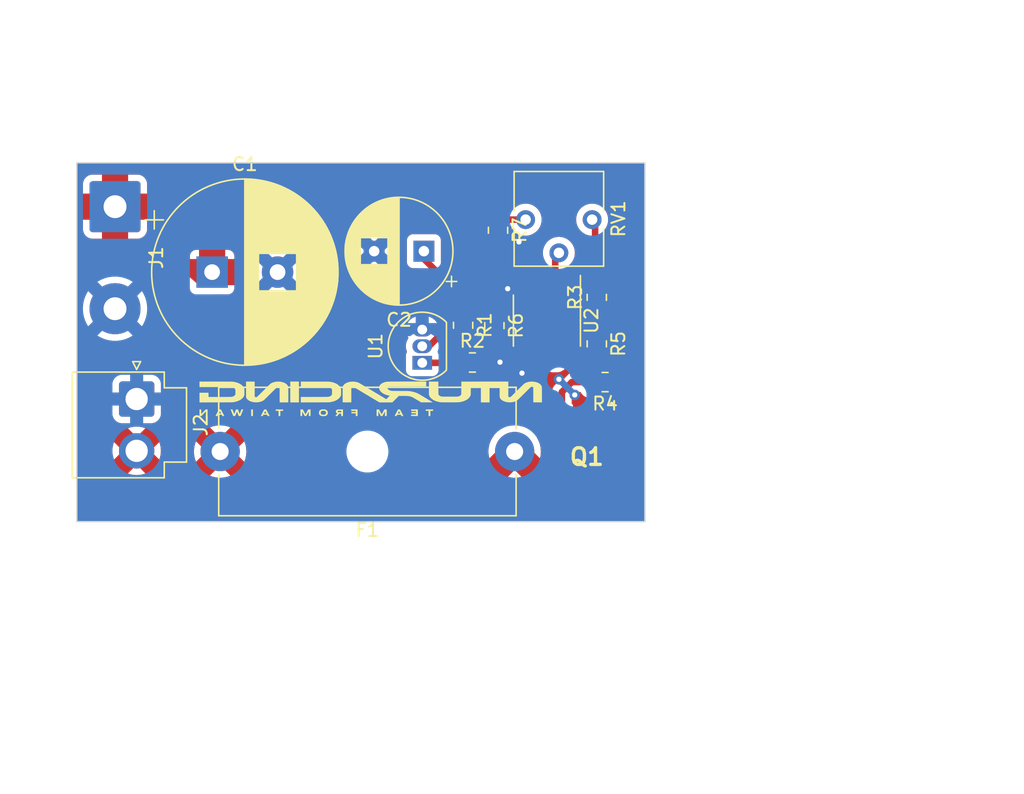
<source format=kicad_pcb>
(kicad_pcb (version 20221018) (generator pcbnew)
  (title_block (title "EP5 LVBMS") (date "2024-03-18") (rev "1") (company "NTURacing") (comment 1 "郭哲明") (comment 2 "Electrical group"))
  (layers (0 "F.Cu" signal) (31 "B.Cu" signal) (34 "B.Paste" user) (35 "F.Paste" user) (36 "B.SilkS" user "B.Silkscreen") (37 "F.SilkS" user "F.Silkscreen") (38 "B.Mask" user) (39 "F.Mask" user) (44 "Edge.Cuts" user))
  (net 0 "")
  (net 1 "+24V")
  (net 2 "GNDPWR")
  (net 3 "Net-(U1-K)")
  (net 4 "/+24V_outbox")
  (net 5 "Net-(Q1-G)")
  (net 6 "Net-(R3-Pad2)")
  (net 7 "Net-(U2A--)")
  (net 8 "/+24V_prefuse")
  (net 9 "Net-(R5-Pad1)")
  (net 10 "Net-(U1-FB)")
  (net 11 "Net-(U2B--)")
  (net 12 "Net-(R7-Pad1)")
  (footprint "Resistor_SMD:R_0805_2012Metric" (layer "F.Cu") (at 104.8258 72.644 -90)
    (fp_text reference "R6")
    (fp_text value "2k5")
  )
  (footprint "Potentiometer_THT:Potentiometer_Vishay_T73YP_Vertical" (layer "F.Cu") (at 107.2134 64.5414 -90)
    (fp_text reference "RV1")
    (fp_text value "100k")
  )
  (footprint "Package_TO_SOT_THT:TO-92_Inline" (layer "F.Cu") (at 99.314 75.4888 90)
    (fp_text reference "U1")
    (fp_text value "LM4041LP-ADJ")
  )
  (footprint "Resistor_SMD:R_0805_2012Metric" (layer "F.Cu") (at 113.284 76.962 180)
    (fp_text reference "R4")
    (fp_text value "10k")
  )
  (footprint "Resistor_SMD:R_0805_2012Metric" (layer "F.Cu") (at 103.1494 75.4634)
    (fp_text reference "R2")
    (fp_text value "82k")
  )
  (footprint "Package_SO:SOIC-8_3.9x4.9mm_P1.27mm" (layer "F.Cu") (at 108.839 72.263 -90)
    (fp_text reference "U2")
    (fp_text value "LM2903")
  )
  (footprint "Resistor_SMD:R_0805_2012Metric" (layer "F.Cu") (at 102.4382 72.6186 -90)
    (fp_text reference "R1")
    (fp_text value "13k")
  )
  (footprint "SamacSys_Parts:TPH4R003NLL1Q" (layer "F.Cu") (at 111.887 82.677 180)
    (fp_text reference "Q1")
    (fp_text value "TPCA8120,L1Q" hide)
  )
  (footprint "Resistor_SMD:R_0805_2012Metric" (layer "F.Cu") (at 112.649 70.485 90)
    (fp_text reference "R3")
    (fp_text value "300k")
  )
  (footprint "Resistor_SMD:R_0805_2012Metric" (layer "F.Cu") (at 105.1052 65.3542 -90)
    (fp_text reference "R7")
    (fp_text value "300k")
  )
  (footprint "Resistor_SMD:R_0805_2012Metric" (layer "F.Cu") (at 112.649 74.041 -90)
    (fp_text reference "R5")
    (fp_text value "10k")
  )
  (footprint "Capacitor_THT:CP_Radial_D8.0mm_P3.80mm" (layer "F.Cu") (at 99.441 66.9544 180)
    (fp_text reference "C2")
    (fp_text value "100u")
  )
  (footprint "Connector_Wire:SolderWire-1sqmm_1x02_P7.8mm_D1.4mm_OD3.9mm" (layer "F.Cu") (at 75.8444 63.5508 -90)
    (fp_text reference "J1")
    (fp_text value "BAT")
  )
  (footprint "Fuse:Fuseholder_Cylinder-5x20mm_Schurter_0031_8201_Horizontal_Open" (layer "F.Cu") (at 106.3752 82.2706 180)
    (fp_text reference "F1")
    (fp_text value "Fuse")
  )
  (footprint "Connector_JST:JST_VH_B2P-VH-B_1x02_P3.96mm_Vertical" (layer "F.Cu") (at 77.4954 78.2574 -90)
    (fp_text reference "J2")
    (fp_text value "OUT")
  )
  (footprint "Capacitor_THT:CP_Radial_D14.0mm_P5.00mm" (layer "F.Cu") (at 83.2612 68.5546)
    (fp_text reference "C1")
    (fp_text value "1000u")
  )
  (gr_poly (pts (xy 83.649963 79.298094) (xy 83.557535 79.474836) (xy 83.528916 79.530068) (xy 83.520973 79.545753) (xy 83.518024 79.552094) (xy 83.517992 79.552423) (xy 83.518159 79.552747) (xy 83.519066 79.55338) (xy 83.520709 79.55399) (xy 83.523051 79.554575) (xy 83.529682 79.555654) (xy 83.538661 79.556592) (xy 83.54969 79.557365) (xy 83.562473 79.557948) (xy 83.576711 79.558316) (xy 83.592106 79.558444) (xy 83.669011 79.558444) (xy 83.693002 79.509055) (xy 83.716989 79.459667) (xy 83.995683 79.459667) (xy 84.018967 79.506939) (xy 84.04225 79.554917) (xy 84.117746 79.557033) (xy 84.133175 79.55723) (xy 84.147512 79.557287) (xy 84.160459 79.557195) (xy 84.171721 79.556945) (xy 84.180997 79.55653) (xy 84.184798 79.556259) (xy 84.187992 79.555942) (xy 84.19054 79.55558) (xy 84.192407 79.555172) (xy 84.193073 79.55495) (xy 84.193554 79.554716) (xy 84.193846 79.55447) (xy 84.193945 79.554211) (xy 84.184166 79.53396) (xy 84.15752 79.481627) (xy 84.092197 79.355509) (xy 83.938552 79.355509) (xy 83.938343 79.355773) (xy 83.937269 79.356297) (xy 83.935356 79.356813) (xy 83.932647 79.357317) (xy 83.925016 79.35827) (xy 83.914722 79.359125) (xy 83.902113 79.359847) (xy 83.887536 79.360404) (xy 83.871339 79.360762) (xy 83.853869 79.360889) (xy 83.766379 79.360889) (xy 83.809418 79.272694) (xy 83.817987 79.25513) (xy 83.826109 79.238673) (xy 83.833603 79.223705) (xy 83.840286 79.210606) (xy 83.845977 79.199755) (xy 83.850494 79.191534) (xy 83.852256 79.188528) (xy 83.853656 79.186322) (xy 83.854672 79.184963) (xy 83.855028 79.184617) (xy 83.85528 79.1845) (xy 83.856556 79.1861) (xy 83.859204 79.19065) (xy 83.867891 79.207111) (xy 83.893731 79.259024) (xy 83.92116 79.316362) (xy 83.931832 79.339602) (xy 83.938534 79.355244) (xy 83.938552 79.355509) (xy 84.092197 79.355509) (xy 84.069767 79.312205) (xy 83.938534 79.062439) (xy 83.937514 79.06056) (xy 83.936261 79.058885) (xy 83.934705 79.057402) (xy 83.93278 79.0561) (xy 83.930416 79.054967) (xy 83.927546 79.053993) (xy 83.924101 79.053165) (xy 83.920013 79.052473) (xy 83.915215 79.051905) (xy 83.909637 79.051449) (xy 83.89587 79.05083) (xy 83.878167 79.050526) (xy 83.855983 79.050445) (xy 83.779079 79.050445)) (fill solid) (layer "F.SilkS"))
  (gr_poly (pts (xy 90.689994 79.051856) (xy 90.596862 79.053972) (xy 90.498085 79.238828) (xy 90.459478 79.310982) (xy 90.427352 79.369973) (xy 90.414754 79.392651) (xy 90.405017 79.409782) (xy 90.398554 79.420612) (xy 90.396679 79.423429) (xy 90.395778 79.424389) (xy 90.393226 79.420996) (xy 90.3874 79.41127) (xy 90.367379 79.375529) (xy 90.338628 79.322591) (xy 90.304057 79.257878) (xy 90.238087 79.134229) (xy 90.203869 79.070906) (xy 90.191166 79.050445) (xy 90.007724 79.050445) (xy 90.007724 79.55915) (xy 90.076161 79.557033) (xy 90.145307 79.554917) (xy 90.146718 79.389817) (xy 90.147369 79.325798) (xy 90.148217 79.272959) (xy 90.148696 79.252488) (xy 90.149199 79.23692) (xy 90.149718 79.226959) (xy 90.149981 79.2243) (xy 90.150246 79.223306) (xy 90.150957 79.223912) (xy 90.152534 79.226202) (xy 90.158105 79.235498) (xy 90.177673 79.270578) (xy 90.206105 79.32312) (xy 90.240556 79.3877) (xy 90.328752 79.554917) (xy 90.462807 79.554917) (xy 90.552411 79.385583) (xy 90.565983 79.360247) (xy 90.57817 79.33761) (xy 90.589042 79.317558) (xy 90.59867 79.29998) (xy 90.607124 79.284762) (xy 90.614473 79.271792) (xy 90.617756 79.266115) (xy 90.62079 79.260957) (xy 90.623582 79.256305) (xy 90.626143 79.252145) (xy 90.62848 79.248462) (xy 90.630602 79.245243) (xy 90.63252 79.242473) (xy 90.63424 79.240138) (xy 90.635772 79.238225) (xy 90.637125 79.236718) (xy 90.638307 79.235605) (xy 90.638837 79.235191) (xy 90.639327 79.23487) (xy 90.63978 79.23464) (xy 90.640195 79.2345) (xy 90.640574 79.234448) (xy 90.640918 79.234481) (xy 90.641229 79.234599) (xy 90.641506 79.234799) (xy 90.641752 79.23508) (xy 90.641968 79.235439) (xy 90.642154 79.235876) (xy 90.642311 79.236388) (xy 90.642546 79.237631) (xy 90.64268 79.239155) (xy 90.642723 79.240944) (xy 90.643251 79.30074) (xy 90.644839 79.410278) (xy 90.646251 79.554917) (xy 90.714689 79.557033) (xy 90.783834 79.55915) (xy 90.783834 79.049739)) (fill solid) (layer "F.SilkS"))
  (gr_poly (pts (xy 82.296 77.343) (xy 83.539189 77.344411) (xy 84.783085 77.346528) (xy 84.828945 77.362756) (xy 84.848022 77.369992) (xy 84.866107 77.377424) (xy 84.883213 77.385061) (xy 84.899358 77.392918) (xy 84.914555 77.401007) (xy 84.928821 77.409339) (xy 84.942172 77.417927) (xy 84.954622 77.426785) (xy 84.966188 77.435923) (xy 84.976885 77.445355) (xy 84.986727 77.455093) (xy 84.995732 77.465149) (xy 85.003914 77.475536) (xy 85.011289 77.486266) (xy 85.017872 77.497352) (xy 85.023679 77.508806) (xy 85.029065 77.520643) (xy 85.031267 77.526321) (xy 85.033171 77.532199) (xy 85.034797 77.538549) (xy 85.036168 77.545641) (xy 85.037305 77.553745) (xy 85.038231 77.563133) (xy 85.039533 77.586844) (xy 85.040248 77.618938) (xy 85.040612 77.716945) (xy 85.040525 77.770129) (xy 85.040394 77.792298) (xy 85.040182 77.81182) (xy 85.039876 77.828919) (xy 85.039459 77.84382) (xy 85.038916 77.85675) (xy 85.038231 77.867933) (xy 85.037389 77.877595) (xy 85.036375 77.885961) (xy 85.035172 77.893256) (xy 85.033766 77.899705) (xy 85.032141 77.905535) (xy 85.030281 77.91097) (xy 85.028171 77.916235) (xy 85.025795 77.921556) (xy 85.017073 77.938658) (xy 85.006555 77.955021) (xy 84.994296 77.970618) (xy 84.980353 77.985419) (xy 84.964781 77.999398) (xy 84.947635 78.012527) (xy 84.928973 78.024777) (xy 84.908849 78.03612) (xy 84.88732 78.046529) (xy 84.864441 78.055976) (xy 84.840267 78.064433) (xy 84.814856 78.071872) (xy 84.788262 78.078265) (xy 84.760542 78.083584) (xy 84.731751 78.087801) (xy 84.701945 78.090889) (xy 84.60675 78.09348) (xy 84.407111 78.09574) (xy 83.803774 78.097945) (xy 82.987446 78.097945) (xy 82.987446 77.773389) (xy 82.296 77.773389) (xy 82.296 78.514222) (xy 83.507441 78.513517) (xy 84.386209 78.511047) (xy 84.671276 78.508953) (xy 84.797197 78.506461) (xy 84.832107 78.503217) (xy 84.866539 78.499295) (xy 84.900606 78.494679) (xy 84.934426 78.489351) (xy 84.968113 78.483296) (xy 85.001783 78.476497) (xy 85.035553 78.468937) (xy 85.069538 78.4606) (xy 85.129366 78.444325) (xy 85.187069 78.425978) (xy 85.242543 78.405639) (xy 85.29568 78.383386) (xy 85.346373 78.359297) (xy 85.394517 78.333451) (xy 85.440005 78.305927) (xy 85.48273 78.276803) (xy 85.522586 78.246157) (xy 85.559466 78.214069) (xy 85.576757 78.197508) (xy 85.593265 78.180616) (xy 85.608975 78.163403) (xy 85.623875 78.145878) (xy 85.637951 78.128051) (xy 85.65119 78.109933) (xy 85.663579 78.091532) (xy 85.675104 78.072859) (xy 85.685752 78.053923) (xy 85.69551 78.034735) (xy 85.704364 78.015303) (xy 85.712302 77.995639) (xy 85.717455 77.981291) (xy 85.721385 77.966976) (xy 85.724257 77.94975) (xy 85.726236 77.926671) (xy 85.727487 77.894794) (xy 85.728176 77.851176) (xy 85.72853 77.716945) (xy 85.728469 77.641015) (xy 85.728176 77.582713) (xy 85.727892 77.559252) (xy 85.727487 77.539095) (xy 85.726942 77.521873) (xy 85.726236 77.507218) (xy 85.725347 77.494763) (xy 85.724257 77.484139) (xy 85.723629 77.479399) (xy 85.722943 77.474978) (xy 85.722195 77.470832) (xy 85.721385 77.466913) (xy 85.719562 77.459576) (xy 85.717455 77.452598) (xy 85.715041 77.445612) (xy 85.712302 77.43825) (xy 85.690079 77.38826) (xy 85.661955 77.339989) (xy 85.628193 77.293585) (xy 85.58906 77.249194) (xy 85.544822 77.206966) (xy 85.495744 77.167048) (xy 85.442091 77.129588) (xy 85.38413 77.094733) (xy 85.322125 77.062631) (xy 85.256343 77.033431) (xy 85.187049 77.007279) (xy 85.114509 76.984324) (xy 85.038988 76.964714) (xy 84.960752 76.948596) (xy 84.880066 76.936118) (xy 84.797197 76.927428) (xy 84.390355 76.923106) (xy 83.510969 76.920372) (xy 82.296 76.919667)) (fill solid) (layer "F.SilkS"))
  (gr_poly (pts (xy 99.582111 79.163333) (xy 99.793777 79.163333) (xy 99.793777 79.558444) (xy 99.934889 79.558444) (xy 99.934889 79.163333) (xy 100.146556 79.163333) (xy 100.146556 79.050445) (xy 99.582111 79.050445)) (fill solid) (layer "F.SilkS"))
  (gr_poly (pts (xy 82.600095 79.224011) (xy 82.430058 79.397578) (xy 82.430058 79.050445) (xy 82.296 79.050445) (xy 82.296 79.558444) (xy 82.442758 79.558444) (xy 82.612795 79.383467) (xy 82.782834 79.209195) (xy 82.782834 79.558444) (xy 82.916891 79.558444) (xy 82.916891 79.050445) (xy 82.770134 79.050445)) (fill solid) (layer "F.SilkS"))
  (gr_poly (pts (xy 91.750645 79.039464) (xy 91.736334 79.039861) (xy 91.708426 79.041681) (xy 91.681846 79.044497) (xy 91.66905 79.04628) (xy 91.65658 79.048313) (xy 91.644437 79.050598) (xy 91.632617 79.053134) (xy 91.62112 79.055923) (xy 91.609943 79.058964) (xy 91.599086 79.062259) (xy 91.588547 79.065807) (xy 91.578324 79.069609) (xy 91.568416 79.073666) (xy 91.558821 79.077979) (xy 91.549538 79.082547) (xy 91.540564 79.087372) (xy 91.5319 79.092453) (xy 91.523542 79.097792) (xy 91.515489 79.103389) (xy 91.507741 79.109244) (xy 91.500294 79.115358) (xy 91.493149 79.121731) (xy 91.486302 79.128364) (xy 91.479754 79.135258) (xy 91.473501 79.142413) (xy 91.467543 79.149829) (xy 91.461878 79.157507) (xy 91.456505 79.165448) (xy 91.451421 79.173652) (xy 91.446626 79.182119) (xy 91.442117 79.19085) (xy 91.436204 79.203139) (xy 91.433744 79.20875) (xy 91.431589 79.214155) (xy 91.42972 79.21947) (xy 91.428115 79.224808) (xy 91.426757 79.230282) (xy 91.425625 79.236006) (xy 91.4247 79.242093) (xy 91.423962 79.248659) (xy 91.423391 79.255815) (xy 91.422968 79.263677) (xy 91.422487 79.281969) (xy 91.422361 79.304445) (xy 91.422507 79.325548) (xy 91.422706 79.334778) (xy 91.423001 79.343228) (xy 91.423404 79.350976) (xy 91.423924 79.358097) (xy 91.424573 79.364669) (xy 91.42536 79.370767) (xy 91.426296 79.376468) (xy 91.427391 79.381849) (xy 91.428656 79.386986) (xy 91.430101 79.391955) (xy 91.431735 79.396834) (xy 91.433571 79.401698) (xy 91.435617 79.406624) (xy 91.437884 79.411689) (xy 91.447582 79.430656) (xy 91.458686 79.4484) (xy 91.471192 79.46492) (xy 91.485101 79.480216) (xy 91.500412 79.494289) (xy 91.517123 79.507137) (xy 91.535233 79.518763) (xy 91.554742 79.529164) (xy 91.575648 79.538342) (xy 91.59795 79.546296) (xy 91.621648 79.553026) (xy 91.646739 79.558533) (xy 91.673224 79.562816) (xy 91.701102 79.565875) (xy 91.73037 79.567711) (xy 91.761028 79.568322) (xy 91.780661 79.568073) (xy 91.799737 79.567324) (xy 91.818255 79.566079) (xy 91.836211 79.564338) (xy 91.853605 79.562105) (xy 91.870432 79.559379) (xy 91.886692 79.556163) (xy 91.902382 79.552458) (xy 91.917499 79.548267) (xy 91.932041 79.543591) (xy 91.946006 79.538431) (xy 91.959391 79.53279) (xy 91.972195 79.526668) (xy 91.984414 79.520068) (xy 91.996047 79.512991) (xy 92.007091 79.50544) (xy 92.017544 79.497415) (xy 92.027403 79.488918) (xy 92.036666 79.479951) (xy 92.045332 79.470516) (xy 92.053396 79.460614) (xy 92.060858 79.450248) (xy 92.067715 79.439418) (xy 92.073964 79.428126) (xy 92.079604 79.416375) (xy 92.084632 79.404165) (xy 92.089045 79.391499) (xy 92.092841 79.378378) (xy 92.096018 79.364803) (xy 92.098574 79.350777) (xy 92.100506 79.336302) (xy 92.101812 79.321378) (xy 92.102375 79.307434) (xy 92.10237 79.30515) (xy 91.962112 79.30515) (xy 91.961875 79.314796) (xy 91.961167 79.324155) (xy 91.959991 79.333223) (xy 91.958352 79.341999) (xy 91.956253 79.350478) (xy 91.953699 79.35866) (xy 91.950693 79.366541) (xy 91.947241 79.374118) (xy 91.943344 79.381389) (xy 91.939009 79.388352) (xy 91.934238 79.395004) (xy 91.929035 79.401343) (xy 91.923405 79.407364) (xy 91.917352 79.413068) (xy 91.91088 79.418449) (xy 91.903992 79.423507) (xy 91.896693 79.428238) (xy 91.888986 79.43264) (xy 91.880876 79.43671) (xy 91.872367 79.440446) (xy 91.863463 79.443845) (xy 91.854167 79.446904) (xy 91.834417 79.451994) (xy 91.81315 79.455694) (xy 91.790398 79.457985) (xy 91.766192 79.458846) (xy 91.740566 79.458256) (xy 91.718298 79.456435) (xy 91.707726 79.45515) (xy 91.697526 79.453614) (xy 91.687698 79.451826) (xy 91.67824 79.449785) (xy 91.669151 79.447489) (xy 91.660431 79.444938) (xy 91.652077 79.442131) (xy 91.644089 79.439066) (xy 91.636466 79.435743) (xy 91.629206 79.432161) (xy 91.622309 79.428318) (xy 91.615772 79.424214) (xy 91.609595 79.419847) (xy 91.603777 79.415217) (xy 91.598317 79.410322) (xy 91.593213 79.405161) (xy 91.588465 79.399734) (xy 91.58407 79.394039) (xy 91.580029 79.388075) (xy 91.576339 79.381842) (xy 91.573 79.375338) (xy 91.57001 79.368562) (xy 91.567369 79.361513) (xy 91.565075 79.35419) (xy 91.563126 79.346593) (xy 91.561523 79.338719) (xy 91.560263 79.330569) (xy 91.559346 79.32214) (xy 91.55877 79.313432) (xy 91.558534 79.304445) (xy 91.558842 79.292544) (xy 91.559769 79.281176) (xy 91.560468 79.275688) (xy 91.561325 79.270327) (xy 91.562341 79.265093) (xy 91.563517 79.259983) (xy 91.564855 79.254997) (xy 91.566355 79.250132) (xy 91.568018 79.245386) (xy 91.569845 79.240759) (xy 91.571838 79.236247) (xy 91.573997 79.23185) (xy 91.576324 79.227567) (xy 91.578819 79.223394) (xy 91.581483 79.219331) (xy 91.584318 79.215376) (xy 91.587325 79.211527) (xy 91.590504 79.207782) (xy 91.593857 79.20414) (xy 91.597385 79.2006) (xy 91.601088 79.197159) (xy 91.604968 79.193816) (xy 91.609026 79.190569) (xy 91.613262 79.187416) (xy 91.617679 79.184356) (xy 91.622276 79.181387) (xy 91.632017 79.175716) (xy 91.642494 79.170389) (xy 91.652088 79.166364) (xy 91.663017 79.16276) (xy 91.675099 79.159586) (xy 91.688146 79.156851) (xy 91.701975 79.154562) (xy 91.7164 79.152728) (xy 91.731237 79.151357) (xy 91.7463 79.150457) (xy 91.761404 79.150036) (xy 91.776365 79.150104) (xy 91.790997 79.150668) (xy 91.805115 79.151736) (xy 91.818534 79.153316) (xy 91.83107 79.155418) (xy 91.842537 79.158049) (xy 91.852751 79.161217) (xy 91.86642 79.166577) (xy 91.879125 79.17235) (xy 91.890877 79.17855) (xy 91.901688 79.185194) (xy 91.911568 79.192297) (xy 91.916163 79.196026) (xy 91.92053 79.199875) (xy 91.92467 79.203846) (xy 91.928584 79.207942) (xy 91.932274 79.212164) (xy 91.935742 79.216515) (xy 91.938989 79.220995) (xy 91.942015 79.225608) (xy 91.944824 79.230355) (xy 91.947415 79.235238) (xy 91.949792 79.240259) (xy 91.951954 79.24542) (xy 91.953903 79.250722) (xy 91.955641 79.256169) (xy 91.957169 79.261761) (xy 91.958489 79.267501) (xy 91.96051 79.279432) (xy 91.961714 79.291976) (xy 91.962112 79.30515) (xy 92.10237 79.30515) (xy 92.102347 79.293785) (xy 92.101732 79.280434) (xy 92.100534 79.267386) (xy 92.098759 79.254647) (xy 92.096409 79.24222) (xy 92.093489 79.23011) (xy 92.090005 79.218323) (xy 92.085958 79.206861) (xy 92.081355 79.195732) (xy 92.0762 79.184938) (xy 92.070496 79.174484) (xy 92.064247 79.164376) (xy 92.057459 79.154618) (xy 92.050135 79.145214) (xy 92.04228 79.136169) (xy 92.033898 79.127488) (xy 92.024993 79.119176) (xy 92.015569 79.111237) (xy 92.005632 79.103675) (xy 91.995184 79.096496) (xy 91.98423 79.089704) (xy 91.972774 79.083303) (xy 91.960822 79.077299) (xy 91.948376 79.071696) (xy 91.935442 79.066499) (xy 91.922023 79.061712) (xy 91.908124 79.05734) (xy 91.89375 79.053387) (xy 91.878903 79.049859) (xy 91.847812 79.044094) (xy 91.837437 79.042639) (xy 91.825135 79.041448) (xy 91.811362 79.040522) (xy 91.796571 79.039861) (xy 91.781218 79.039464) (xy 91.765758 79.039332)) (fill solid) (layer "F.SilkS"))
  (gr_poly (pts (xy 92.997573 79.05072) (xy 92.96783 79.051114) (xy 92.941279 79.051723) (xy 92.917651 79.052581) (xy 92.896676 79.053719) (xy 92.878084 79.055171) (xy 92.861606 79.056971) (xy 92.846972 79.059151) (xy 92.840262 79.060394) (xy 92.833912 79.061744) (xy 92.827888 79.063207) (xy 92.822156 79.064784) (xy 92.816683 79.066482) (xy 92.811435 79.068304) (xy 92.806378 79.070254) (xy 92.801478 79.072336) (xy 92.792017 79.076914) (xy 92.782781 79.08207) (xy 92.7735 79.087839) (xy 92.765202 79.094073) (xy 92.757517 79.1011) (xy 92.750462 79.108869) (xy 92.744054 79.117329) (xy 92.738313 79.12643) (xy 92.733255 79.136121) (xy 92.728897 79.146352) (xy 92.725258 79.157072) (xy 92.722354 79.168229) (xy 92.720204 79.179775) (xy 92.718826 79.191657) (xy 92.718235 79.203826) (xy 92.718451 79.21623) (xy 92.719491 79.228819) (xy 92.721372 79.241543) (xy 92.724112 79.25435) (xy 92.725338 79.259249) (xy 92.726648 79.26391) (xy 92.72806 79.268357) (xy 92.72959 79.272617) (xy 92.731257 79.276717) (xy 92.733078 79.28068) (xy 92.73507 79.284535) (xy 92.737252 79.288305) (xy 92.73964 79.292018) (xy 92.742253 79.295698) (xy 92.745107 79.299373) (xy 92.748221 79.303067) (xy 92.751612 79.306806) (xy 92.755298 79.310617) (xy 92.759295 79.314525) (xy 92.763622 79.318556) (xy 92.769915 79.324225) (xy 92.775992 79.329514) (xy 92.781705 79.334307) (xy 92.784379 79.336481) (xy 92.786906 79.338488) (xy 92.789268 79.340313) (xy 92.791445 79.341941) (xy 92.79342 79.343359) (xy 92.795174 79.344551) (xy 92.796689 79.345504) (xy 92.797944 79.346202) (xy 92.798923 79.346631) (xy 92.799303 79.346741) (xy 92.799606 79.346778) (xy 92.8003 79.34681) (xy 92.801055 79.346906) (xy 92.801865 79.347062) (xy 92.802726 79.347274) (xy 92.803632 79.34754) (xy 92.804579 79.347857) (xy 92.805561 79.348221) (xy 92.806573 79.34863) (xy 92.80761 79.34908) (xy 92.808666 79.349568) (xy 92.809737 79.350092) (xy 92.810817 79.350647) (xy 92.812985 79.351842) (xy 92.815128 79.353128) (xy 92.816305 79.354277) (xy 92.816903 79.355902) (xy 92.816889 79.35805) (xy 92.816231 79.360768) (xy 92.814894 79.364101) (xy 92.812846 79.368097) (xy 92.810054 79.372802) (xy 92.806485 79.378263) (xy 92.796883 79.391637) (xy 92.783775 79.408591) (xy 92.766897 79.429497) (xy 92.745983 79.454728) (xy 92.71559 79.492299) (xy 92.690686 79.523519) (xy 92.681099 79.535756) (xy 92.673852 79.545215) (xy 92.669268 79.551499) (xy 92.668074 79.553327) (xy 92.667668 79.554211) (xy 92.668067 79.554608) (xy 92.669237 79.555001) (xy 92.673742 79.555766) (xy 92.680876 79.556481) (xy 92.690333 79.557122) (xy 92.701808 79.557663) (xy 92.714995 79.558081) (xy 92.729587 79.558349) (xy 92.745279 79.558444) (xy 92.82289 79.558444) (xy 92.898383 79.466722) (xy 92.973878 79.375) (xy 93.119223 79.375) (xy 93.119927 79.446967) (xy 93.120154 79.486452) (xy 93.120257 79.502007) (xy 93.120545 79.515064) (xy 93.121165 79.525843) (xy 93.121644 79.530447) (xy 93.12226 79.534565) (xy 93.123031 79.538222) (xy 93.123975 79.541448) (xy 93.12511 79.54427) (xy 93.126455 79.546715) (xy 93.128027 79.54881) (xy 93.129844 79.550584) (xy 93.131925 79.552063) (xy 93.134288 79.553275) (xy 93.13695 79.554249) (xy 93.13993 79.55501) (xy 93.143246 79.555588) (xy 93.146916 79.556008) (xy 93.15539 79.556489) (xy 93.165497 79.556674) (xy 93.19119 79.557033) (xy 93.260334 79.55915) (xy 93.260334 79.262111) (xy 93.122751 79.262111) (xy 93.004217 79.262111) (xy 92.984969 79.262092) (xy 92.967873 79.262026) (xy 92.952782 79.261897) (xy 92.939549 79.261692) (xy 92.928027 79.261396) (xy 92.918071 79.260995) (xy 92.913633 79.26075) (xy 92.909532 79.260474) (xy 92.905749 79.260164) (xy 92.902265 79.259818) (xy 92.899062 79.259435) (xy 92.896122 79.259014) (xy 92.893426 79.258551) (xy 92.890956 79.258046) (xy 92.888695 79.257496) (xy 92.886622 79.2569) (xy 92.884721 79.256257) (xy 92.882972 79.255563) (xy 92.881358 79.254817) (xy 92.879859 79.254018) (xy 92.878459 79.253164) (xy 92.877137 79.252253) (xy 92.875877 79.251282) (xy 92.874659 79.250251) (xy 92.873466 79.249158) (xy 92.872278 79.248) (xy 92.87055 79.24616) (xy 92.868938 79.244215) (xy 92.867441 79.242173) (xy 92.866058 79.24004) (xy 92.864791 79.237826) (xy 92.863637 79.235536) (xy 92.862598 79.233177) (xy 92.861673 79.230758) (xy 92.860862 79.228285) (xy 92.860164 79.225765) (xy 92.859579 79.223207) (xy 92.859107 79.220616) (xy 92.858748 79.218) (xy 92.858501 79.215367) (xy 92.858367 79.212723) (xy 92.858344 79.210076) (xy 92.858433 79.207434) (xy 92.858633 79.204803) (xy 92.858944 79.20219) (xy 92.859366 79.199603) (xy 92.859899 79.19705) (xy 92.860542 79.194536) (xy 92.861295 79.192071) (xy 92.862158 79.18966) (xy 92.86313 79.18731) (xy 92.864212 79.185031) (xy 92.865402 79.182827) (xy 92.866702 79.180708) (xy 92.86811 79.178679) (xy 92.869626 79.176749) (xy 92.871251 79.174924) (xy 92.872983 79.173211) (xy 92.875542 79.171083) (xy 92.878272 79.169186) (xy 92.881296 79.167501) (xy 92.884735 79.166012) (xy 92.888712 79.164701) (xy 92.893348 79.16355) (xy 92.898766 79.162541) (xy 92.905086 79.161658) (xy 92.920925 79.160196) (xy 92.941841 79.159023) (xy 92.968809 79.157999) (xy 93.002806 79.156983) (xy 93.117812 79.154867) (xy 93.120634 79.208489) (xy 93.122751 79.262111) (xy 93.260334 79.262111) (xy 93.260334 79.050445) (xy 93.067717 79.050445)) (fill solid) (layer "F.SilkS"))
  (gr_poly (pts (xy 95.917455 79.051856) (xy 95.825029 79.053972) (xy 95.825029 79.554917) (xy 95.893466 79.557033) (xy 95.962612 79.55915) (xy 95.962612 79.209195) (xy 96.053627 79.382056) (xy 96.144645 79.554917) (xy 96.210966 79.557033) (xy 96.277288 79.55915) (xy 96.368306 79.386289) (xy 96.460029 79.213428) (xy 96.462145 79.386289) (xy 96.463556 79.55915) (xy 96.532701 79.557033) (xy 96.601139 79.554917) (xy 96.603256 79.3115) (xy 96.60352 79.216184) (xy 96.603256 79.136875) (xy 96.602462 79.081908) (xy 96.601867 79.066157) (xy 96.60152 79.06167) (xy 96.601139 79.059617) (xy 96.600465 79.058351) (xy 96.599218 79.057197) (xy 96.597372 79.05615) (xy 96.594899 79.055207) (xy 96.591774 79.054363) (xy 96.587968 79.053614) (xy 96.578208 79.052385) (xy 96.565406 79.051486) (xy 96.549346 79.050886) (xy 96.529814 79.050549) (xy 96.506594 79.050445) (xy 96.414871 79.050445) (xy 96.314683 79.238122) (xy 96.300278 79.265094) (xy 96.287183 79.289458) (xy 96.275337 79.311319) (xy 96.264677 79.330781) (xy 96.255141 79.347949) (xy 96.246669 79.362927) (xy 96.239196 79.375819) (xy 96.232662 79.38673) (xy 96.227005 79.395764) (xy 96.224485 79.399609) (xy 96.222161 79.403025) (xy 96.220026 79.406024) (xy 96.218071 79.408618) (xy 96.216288 79.410822) (xy 96.21467 79.412648) (xy 96.21321 79.414109) (xy 96.211898 79.415218) (xy 96.210729 79.415989) (xy 96.209693 79.416433) (xy 96.209223 79.416538) (xy 96.208783 79.416566) (xy 96.208373 79.416519) (xy 96.207992 79.416398) (xy 96.207638 79.416206) (xy 96.207311 79.415944) (xy 96.206733 79.415217) (xy 96.196194 79.397203) (xy 96.17322 79.355774) (xy 96.103722 79.227539) (xy 96.009177 79.049739)) (fill solid) (layer "F.SilkS"))
  (gr_poly (pts (xy 87.317441 79.051856) (xy 87.24124 79.053972) (xy 87.172094 79.1845) (xy 87.090725 79.340108) (xy 87.03072 79.455698) (xy 86.993602 79.528293) (xy 86.9841 79.547537) (xy 86.98089 79.554917) (xy 86.981281 79.555297) (xy 86.982427 79.555644) (xy 86.986833 79.55624) (xy 86.993801 79.556703) (xy 87.003027 79.557033) (xy 87.027027 79.557298) (xy 87.056384 79.557033) (xy 87.132585 79.554917) (xy 87.15728 79.507644) (xy 87.181974 79.459667) (xy 87.457844 79.459667) (xy 87.481835 79.509055) (xy 87.505822 79.558444) (xy 87.659633 79.558444) (xy 87.579907 79.404633) (xy 87.555718 79.357821) (xy 87.402181 79.357821) (xy 87.402106 79.358066) (xy 87.401403 79.358439) (xy 87.39985 79.358764) (xy 87.394378 79.359279) (xy 87.386045 79.35963) (xy 87.375207 79.359831) (xy 87.347437 79.359853) (xy 87.313913 79.359478) (xy 87.229245 79.357361) (xy 87.273696 79.269167) (xy 87.317441 79.180972) (xy 87.361183 79.268461) (xy 87.369887 79.286028) (xy 87.377897 79.302504) (xy 87.385046 79.317525) (xy 87.39117 79.330726) (xy 87.396103 79.341745) (xy 87.399681 79.350217) (xy 87.400909 79.353385) (xy 87.401737 79.355779) (xy 87.402143 79.357355) (xy 87.402181 79.357821) (xy 87.555718 79.357821) (xy 87.511732 79.272694) (xy 87.480985 79.213935) (xy 87.457844 79.170389) (xy 87.440151 79.13736) (xy 87.424243 79.107242) (xy 87.411907 79.083473) (xy 87.407636 79.075045) (xy 87.404929 79.069495) (xy 87.394345 79.049739)) (fill solid) (layer "F.SilkS"))
  (gr_poly (pts (xy 86.312023 79.051856) (xy 86.243583 79.053972) (xy 86.243583 79.554917) (xy 86.312023 79.557033) (xy 86.381169 79.55915) (xy 86.381169 79.049739)) (fill solid) (layer "F.SilkS"))
  (gr_poly (pts (xy 85.852001 77.507395) (xy 85.85208 77.677181) (xy 85.852365 77.812514) (xy 85.852931 77.917503) (xy 85.853853 77.996256) (xy 85.855205 78.052884) (xy 85.856066 78.074185) (xy 85.857062 78.091495) (xy 85.858202 78.105329) (xy 85.859497 78.116199) (xy 85.860954 78.12462) (xy 85.862585 78.131106) (xy 85.869798 78.152465) (xy 85.878578 78.173405) (xy 85.888885 78.193904) (xy 85.900676 78.213945) (xy 85.928549 78.252571) (xy 85.961869 78.289128) (xy 86.000307 78.323461) (xy 86.043534 78.355414) (xy 86.091222 78.384834) (xy 86.143042 78.411564) (xy 86.198666 78.43545) (xy 86.257764 78.456336) (xy 86.320008 78.474069) (xy 86.38507 78.488491) (xy 86.452621 78.49945) (xy 86.522331 78.506789) (xy 86.593873 78.510354) (xy 86.666918 78.509989) (xy 86.702457 78.508359) (xy 86.737378 78.505849) (xy 86.771694 78.502454) (xy 86.805416 78.498171) (xy 86.838554 78.492994) (xy 86.871122 78.486921) (xy 86.903129 78.479946) (xy 86.934587 78.472065) (xy 86.965508 78.463275) (xy 86.995903 78.453572) (xy 87.025783 78.442951) (xy 87.05516 78.431408) (xy 87.084045 78.418939) (xy 87.11245 78.405539) (xy 87.140385 78.391206) (xy 87.167863 78.375933) (xy 87.187877 78.362999) (xy 87.212886 78.3435) (xy 87.247485 78.313054) (xy 87.296273 78.267278) (xy 87.454803 78.11221) (xy 87.725251 77.843239) (xy 87.952362 77.61777) (xy 88.040655 77.530799) (xy 88.112865 77.460299) (xy 88.169564 77.40574) (xy 88.211323 77.366592) (xy 88.226778 77.352633) (xy 88.238712 77.342328) (xy 88.247196 77.335611) (xy 88.252302 77.332417) (xy 88.257363 77.330541) (xy 88.262611 77.328882) (xy 88.268028 77.327435) (xy 88.273595 77.326196) (xy 88.279291 77.325164) (xy 88.285099 77.324334) (xy 88.296971 77.323267) (xy 88.309059 77.322969) (xy 88.321208 77.323413) (xy 88.333267 77.324572) (xy 88.345081 77.32642) (xy 88.356499 77.328929) (xy 88.367367 77.332072) (xy 88.377532 77.335824) (xy 88.382303 77.337919) (xy 88.386841 77.340156) (xy 88.391127 77.342531) (xy 88.395141 77.345042) (xy 88.398865 77.347684) (xy 88.40228 77.350455) (xy 88.405366 77.353351) (xy 88.408104 77.356369) (xy 88.410475 77.359505) (xy 88.41246 77.362756) (xy 88.414415 77.374487) (xy 88.416056 77.402631) (xy 88.41846 77.510305) (xy 88.419805 77.690078) (xy 88.420224 77.94625) (xy 88.420224 78.514928) (xy 88.751835 78.514222) (xy 89.083444 78.513517) (xy 89.083444 77.928611) (xy 89.083388 77.741101) (xy 89.083124 77.597992) (xy 89.082871 77.541005) (xy 89.082514 77.492619) (xy 89.082035 77.452001) (xy 89.081416 77.418318) (xy 89.08064 77.390737) (xy 89.07969 77.368425) (xy 89.078547 77.350549) (xy 89.077194 77.336275) (xy 89.076434 77.330229) (xy 89.075614 77.324772) (xy 89.074734 77.319798) (xy 89.07379 77.315205) (xy 89.071703 77.306742) (xy 89.069335 77.29855) (xy 89.062519 77.279059) (xy 89.054261 77.259762) (xy 89.044594 77.240692) (xy 89.033549 77.221876) (xy 89.021156 77.203346) (xy 89.007446 77.185131) (xy 88.99245 77.167261) (xy 88.9762 77.149766) (xy 88.958726 77.132677) (xy 88.940059 77.116022) (xy 88.920231 77.099833) (xy 88.899272 77.084138) (xy 88.877214 77.068969) (xy 88.854087 77.054355) (xy 88.829922 77.040325) (xy 88.80475 77.026911) (xy 88.787946 77.018841) (xy 88.7694 77.010799) (xy 88.749289 77.002832) (xy 88.72779 76.994985) (xy 88.681335 76.979832) (xy 88.631449 76.965704) (xy 88.579546 76.952966) (xy 88.527038 76.94198) (xy 88.475341 76.933111) (xy 88.425868 76.926722) (xy 88.396233 76.924567) (xy 88.360505 76.923371) (xy 88.320659 76.923101) (xy 88.278671 76.923724) (xy 88.236518 76.925207) (xy 88.196176 76.927516) (xy 88.15962 76.93062) (xy 88.128827 76.934484) (xy 88.098693 76.93954) (xy 88.066474 76.946092) (xy 88.032933 76.953918) (xy 87.998829 76.962794) (xy 87.964924 76.972497) (xy 87.931978 76.982803) (xy 87.900752 76.99349) (xy 87.872006 77.004334) (xy 87.825499 77.024027) (xy 87.804403 77.03425) (xy 87.783448 77.045862) (xy 87.761663 77.059719) (xy 87.738073 77.076676) (xy 87.711708 77.097588) (xy 87.681594 77.123308) (xy 87.606231 77.192594) (xy 87.504202 77.291373) (xy 87.189028 77.604761) (xy 86.995067 77.796915) (xy 86.833782 77.95507) (xy 86.77056 78.016312) (xy 86.721709 78.062953) (xy 86.689295 78.092959) (xy 86.679898 78.101087) (xy 86.675385 78.104294) (xy 86.671133 78.105798) (xy 86.666722 78.107134) (xy 86.657479 78.109315) (xy 86.647768 78.110857) (xy 86.637703 78.11178) (xy 86.627399 78.112104) (xy 86.616969 78.111847) (xy 86.606527 78.111031) (xy 86.596186 78.109674) (xy 86.586059 78.107797) (xy 86.576262 78.105417) (xy 86.566907 78.102557) (xy 86.558108 78.099234) (xy 86.549978 78.095469) (xy 86.542633 78.091282) (xy 86.539289 78.089035) (xy 86.536184 78.086691) (xy 86.533332 78.08425) (xy 86.530746 78.081717) (xy 86.515224 78.065489) (xy 86.513813 77.493989) (xy 86.511696 76.923195) (xy 86.181496 76.921783) (xy 85.852001 76.920372)) (fill solid) (layer "F.SilkS"))
  (gr_poly (pts (xy 85.434313 79.21625) (xy 85.408626 79.280555) (xy 85.38704 79.333284) (xy 85.378488 79.353592) (xy 85.371805 79.368948) (xy 85.367271 79.378664) (xy 85.365898 79.381193) (xy 85.36545 79.381838) (xy 85.365168 79.382056) (xy 85.364446 79.381193) (xy 85.363098 79.378664) (xy 85.358663 79.368948) (xy 85.343824 79.333284) (xy 85.3229 79.280555) (xy 85.298139 79.21625) (xy 85.23464 79.050445) (xy 85.157734 79.051856) (xy 85.081535 79.053972) (xy 85.068835 79.085722) (xy 85.005334 79.257878) (xy 84.953827 79.397578) (xy 84.88539 79.226128) (xy 84.816244 79.053972) (xy 84.744985 79.051856) (xy 84.73058 79.051689) (xy 84.717192 79.051712) (xy 84.705111 79.051918) (xy 84.694625 79.052296) (xy 84.690071 79.052548) (xy 84.686024 79.052841) (xy 84.682522 79.053172) (xy 84.679599 79.053542) (xy 84.677291 79.053949) (xy 84.675637 79.054393) (xy 84.675065 79.054628) (xy 84.67467 79.054871) (xy 84.674456 79.055123) (xy 84.674428 79.055384) (xy 84.682344 79.076892) (xy 84.703885 79.131672) (xy 84.774618 79.307972) (xy 84.874806 79.554917) (xy 85.028617 79.554917) (xy 85.092118 79.390522) (xy 85.117177 79.3271) (xy 85.128271 79.299601) (xy 85.138067 79.275781) (xy 85.146309 79.256295) (xy 85.15274 79.241793) (xy 85.155196 79.236617) (xy 85.157104 79.232931) (xy 85.158431 79.230819) (xy 85.158866 79.230378) (xy 85.159145 79.230361) (xy 85.160512 79.232657) (xy 85.162937 79.237747) (xy 85.170434 79.255055) (xy 85.180576 79.279772) (xy 85.192306 79.309383) (xy 85.222999 79.38867) (xy 85.255807 79.471661) (xy 85.288967 79.558444) (xy 85.439955 79.558444) (xy 85.540146 79.309383) (xy 85.579017 79.212744) (xy 85.610877 79.132642) (xy 85.632418 79.07741) (xy 85.638286 79.061725) (xy 85.640334 79.055384) (xy 85.640242 79.055121) (xy 85.639968 79.054863) (xy 85.638895 79.054361) (xy 85.637153 79.05388) (xy 85.634777 79.053421) (xy 85.628279 79.05258) (xy 85.619696 79.051856) (xy 85.609327 79.051263) (xy 85.597471 79.050819) (xy 85.584423 79.050541) (xy 85.570483 79.050445) (xy 85.500634 79.050445)) (fill solid) (layer "F.SilkS"))
  (gr_poly (pts (xy 88.123891 79.163333) (xy 88.335556 79.163333) (xy 88.335556 79.55915) (xy 88.403996 79.557033) (xy 88.473139 79.554917) (xy 88.475256 79.358772) (xy 88.476667 79.163333) (xy 88.688334 79.163333) (xy 88.688334 79.050445) (xy 88.123891 79.050445)) (fill solid) (layer "F.SilkS"))
  (gr_poly (pts (xy 90.039472 76.923195) (xy 90.039472 77.339472) (xy 91.07805 77.340883) (xy 91.455137 77.341585) (xy 91.606245 77.341986) (xy 91.735065 77.342526) (xy 91.843599 77.343286) (xy 91.933848 77.344344) (xy 92.007816 77.34578) (xy 92.039319 77.346665) (xy 92.067503 77.347674) (xy 92.092617 77.348818) (xy 92.114912 77.350106) (xy 92.134638 77.351548) (xy 92.152045 77.353155) (xy 92.167383 77.354936) (xy 92.180903 77.3569) (xy 92.192855 77.359059) (xy 92.203488 77.361422) (xy 92.213055 77.363998) (xy 92.221804 77.366799) (xy 92.229985 77.369833) (xy 92.23785 77.373112) (xy 92.25363 77.380439) (xy 92.271146 77.388861) (xy 92.283595 77.394902) (xy 92.2953 77.400874) (xy 92.306294 77.406806) (xy 92.31661 77.412729) (xy 92.326281 77.418673) (xy 92.33534 77.424667) (xy 92.34382 77.430742) (xy 92.351755 77.436927) (xy 92.359177 77.443253) (xy 92.366119 77.44975) (xy 92.372615 77.456447) (xy 92.378698 77.463375) (xy 92.3844 77.470563) (xy 92.389756 77.478041) (xy 92.394796 77.48584) (xy 92.399556 77.493989) (xy 92.420723 77.529972) (xy 92.420723 77.715533) (xy 92.420642 77.770323) (xy 92.420337 77.813991) (xy 92.420073 77.832128) (xy 92.419719 77.848052) (xy 92.419263 77.861953) (xy 92.418695 77.874019) (xy 92.418002 77.884439) (xy 92.417175 77.893404) (xy 92.4162 77.901101) (xy 92.415068 77.90772) (xy 92.413766 77.91345) (xy 92.412283 77.918481) (xy 92.410607 77.923001) (xy 92.408729 77.9272) (xy 92.404573 77.935135) (xy 92.39979 77.943052) (xy 92.394401 77.950933) (xy 92.388422 77.958763) (xy 92.381872 77.966521) (xy 92.374771 77.974192) (xy 92.367136 77.981758) (xy 92.358986 77.989201) (xy 92.350341 77.996503) (xy 92.341218 78.003647) (xy 92.331636 78.010615) (xy 92.321614 78.01739) (xy 92.31117 78.023954) (xy 92.300323 78.03029) (xy 92.289092 78.03638) (xy 92.277494 78.042206) (xy 92.240801 78.060195) (xy 92.205671 78.073404) (xy 92.155145 78.082613) (xy 92.072266 78.088596) (xy 91.940075 78.092132) (xy 91.741614 78.093998) (xy 91.07805 78.095828) (xy 90.035944 78.09865) (xy 90.035944 78.514928) (xy 91.113328 78.512105) (xy 91.683682 78.510397) (xy 91.876866 78.509315) (xy 92.020144 78.50796) (xy 92.12208 78.506242) (xy 92.191241 78.504069) (xy 92.216208 78.502783) (xy 92.236193 78.50135) (xy 92.252267 78.499757) (xy 92.265501 78.497994) (xy 92.324096 78.488197) (xy 92.380814 78.477065) (xy 92.435644 78.464601) (xy 92.488578 78.45081) (xy 92.539605 78.435697) (xy 92.588718 78.419264) (xy 92.635906 78.401517) (xy 92.681161 78.38246) (xy 92.724472 78.362096) (xy 92.765831 78.34043) (xy 92.805229 78.317465) (xy 92.842655 78.293207) (xy 92.878102 78.267659) (xy 92.911559 78.240825) (xy 92.943017 78.21271) (xy 92.972466 78.183317) (xy 92.984496 78.170348) (xy 92.995744 78.157851) (xy 93.006257 78.14575) (xy 93.016078 78.133972) (xy 93.025256 78.122442) (xy 93.033833 78.111085) (xy 93.041857 78.099828) (xy 93.049372 78.088596) (xy 93.056424 78.077314) (xy 93.063059 78.065908) (xy 93.069321 78.054303) (xy 93.075257 78.042426) (xy 93.080912 78.030201) (xy 93.086331 78.017555) (xy 93.09156 78.004413) (xy 93.096645 77.9907) (xy 93.115695 77.939195) (xy 93.115695 77.494695) (xy 93.096645 77.443189) (xy 93.092308 77.431839) (xy 93.087352 77.419729) (xy 93.081948 77.407222) (xy 93.076272 77.394682) (xy 93.070497 77.382473) (xy 93.064796 77.370958) (xy 93.059343 77.360501) (xy 93.054312 77.351467) (xy 93.047073 77.339903) (xy 93.038171 77.327286) (xy 93.027779 77.313787) (xy 93.016068 77.299575) (xy 93.003213 77.284822) (xy 92.989385 77.269698) (xy 92.974758 77.254373) (xy 92.959503 77.239019) (xy 92.943793 77.223805) (xy 92.927801 77.208902) (xy 92.911699 77.194481) (xy 92.895661 77.180711) (xy 92.879858 77.167765) (xy 92.864464 77.155812) (xy 92.84965 77.145022) (xy 92.83559 77.135567) (xy 92.800601 77.113772) (xy 92.764435 77.093105) (xy 92.727105 77.073569) (xy 92.688625 77.055167) (xy 92.649008 77.037901) (xy 92.608267 77.021775) (xy 92.566416 77.006793) (xy 92.523469 76.992956) (xy 92.479439 76.980269) (xy 92.434339 76.968735) (xy 92.388183 76.958355) (xy 92.340984 76.949135) (xy 92.292755 76.941076) (xy 92.243511 76.934182) (xy 92.193264 76.928456) (xy 92.142028 76.9239) (xy 91.07664 76.922489)) (fill solid) (layer "F.SilkS"))
  (gr_poly (pts (xy 104.09555 76.921783) (xy 102.302028 76.923195) (xy 102.2985 77.410028) (xy 102.294972 77.896861) (xy 102.275922 77.930022) (xy 102.271436 77.937053) (xy 102.266696 77.943869) (xy 102.261676 77.950486) (xy 102.256354 77.956922) (xy 102.250704 77.963192) (xy 102.244705 77.969313) (xy 102.238331 77.975302) (xy 102.23156 77.981175) (xy 102.224367 77.986949) (xy 102.216728 77.99264) (xy 102.20862 77.998266) (xy 102.200019 78.003841) (xy 102.190902 78.009383) (xy 102.181244 78.014909) (xy 102.171022 78.020435) (xy 102.160211 78.025978) (xy 102.127866 78.042189) (xy 102.097902 78.0542) (xy 102.080774 78.058827) (xy 102.060595 78.062639) (xy 102.006224 78.068135) (xy 101.925063 78.071315) (xy 101.807389 78.072809) (xy 101.423611 78.07325) (xy 101.235833 78.073196) (xy 101.09071 78.072952) (xy 100.98215 78.072394) (xy 100.939676 78.071959) (xy 100.904057 78.071398) (xy 100.874533 78.070697) (xy 100.85034 78.069839) (xy 100.830718 78.06881) (xy 100.814904 78.067595) (xy 100.802137 78.066176) (xy 100.791655 78.064539) (xy 100.782697 78.062669) (xy 100.7745 78.06055) (xy 100.755806 78.054833) (xy 100.737595 78.048553) (xy 100.719919 78.041739) (xy 100.702831 78.034422) (xy 100.686384 78.026635) (xy 100.67063 78.018407) (xy 100.655623 78.00977) (xy 100.641414 78.000754) (xy 100.628058 77.991392) (xy 100.615605 77.981713) (xy 100.60411 77.971748) (xy 100.593624 77.96153) (xy 100.588777 77.956335) (xy 100.584201 77.951088) (xy 100.579904 77.945793) (xy 100.575893 77.940454) (xy 100.572174 77.935075) (xy 100.568753 77.929659) (xy 100.565638 77.924211) (xy 100.562834 77.918733) (xy 100.55794 77.907486) (xy 100.554246 77.89265) (xy 100.55156 77.868454) (xy 100.549693 77.829128) (xy 100.547653 77.681997) (xy 100.546606 77.405089) (xy 100.545195 76.923195) (xy 99.825528 76.923195) (xy 99.825528 77.925084) (xy 99.841755 77.974472) (xy 99.846594 77.988158) (xy 99.851857 78.001709) (xy 99.857557 78.015138) (xy 99.863704 78.028458) (xy 99.87031 78.041683) (xy 99.877387 78.054827) (xy 99.884945 78.067902) (xy 99.892996 78.080923) (xy 99.901551 78.093902) (xy 99.910622 78.106853) (xy 99.920221 78.11979) (xy 99.930357 78.132726) (xy 99.941044 78.145674) (xy 99.952292 78.158648) (xy 99.964112 78.171662) (xy 99.976517 78.184728) (xy 100.005839 78.213507) (xy 100.037163 78.241099) (xy 100.070457 78.26749) (xy 100.105688 78.292667) (xy 100.142826 78.316616) (xy 100.181837 78.339323) (xy 100.22269 78.360776) (xy 100.265353 78.38096) (xy 100.309794 78.399864) (xy 100.35598 78.417472) (xy 100.40388 78.433771) (xy 100.453461 78.448749) (xy 100.504692 78.462391) (xy 100.55754 78.474685) (xy 100.611974 78.485616) (xy 100.667961 78.495172) (xy 100.738296 78.504146) (xy 100.781914 78.506905) (xy 100.842233 78.508754) (xy 101.046183 78.510452) (xy 101.416556 78.510695) (xy 101.726438 78.510254) (xy 101.842886 78.509653) (xy 101.936638 78.508754) (xy 102.009918 78.507525) (xy 102.06495 78.505932) (xy 102.103958 78.503942) (xy 102.129166 78.501522) (xy 102.190546 78.492312) (xy 102.250055 78.481621) (xy 102.307672 78.469453) (xy 102.363378 78.455815) (xy 102.417153 78.440714) (xy 102.468978 78.424156) (xy 102.518833 78.406147) (xy 102.566699 78.386693) (xy 102.612556 78.3658) (xy 102.656383 78.343475) (xy 102.698162 78.319724) (xy 102.737873 78.294552) (xy 102.775497 78.267967) (xy 102.811013 78.239973) (xy 102.844402 78.210579) (xy 102.875644 78.179789) (xy 102.887457 78.167245) (xy 102.898579 78.154977) (xy 102.909045 78.142931) (xy 102.918892 78.131051) (xy 102.928157 78.119282) (xy 102.936874 78.10757) (xy 102.945081 78.09586) (xy 102.952814 78.084098) (xy 102.960108 78.072228) (xy 102.967001 78.060196) (xy 102.973527 78.047947) (xy 102.979724 78.035426) (xy 102.985628 78.022578) (xy 102.991274 78.009349) (xy 102.996699 77.995684) (xy 103.001938 77.981528) (xy 103.021694 77.925084) (xy 103.02381 77.623106) (xy 103.025928 77.321833) (xy 103.794277 77.321833) (xy 103.794277 78.514222) (xy 104.4575 78.514222) (xy 104.4575 77.321833) (xy 105.226555 77.321833) (xy 105.226555 77.705656) (xy 105.226665 77.849016) (xy 105.226927 77.907318) (xy 105.227437 77.957715) (xy 105.228278 78.000969) (xy 105.229532 78.03784) (xy 105.23034 78.05412) (xy 105.231282 78.069088) (xy 105.232369 78.082842) (xy 105.233611 78.095475) (xy 105.235018 78.107083) (xy 105.236601 78.117761) (xy 105.23837 78.127603) (xy 105.240336 78.136706) (xy 105.242508 78.145164) (xy 105.244897 78.153072) (xy 105.247513 78.160525) (xy 105.250368 78.167618) (xy 105.25347 78.174447) (xy 105.256831 78.181106) (xy 105.26046 78.187691) (xy 105.264369 78.194297) (xy 105.273064 78.20795) (xy 105.283 78.222828) (xy 105.303606 78.251074) (xy 105.327003 78.278106) (xy 105.353104 78.303886) (xy 105.381822 78.328375) (xy 105.413069 78.351531) (xy 105.44676 78.373318) (xy 105.482807 78.393695) (xy 105.521125 78.412622) (xy 105.561624 78.430062) (xy 105.60422 78.445974) (xy 105.648825 78.460319) (xy 105.695353 78.473057) (xy 105.743716 78.484151) (xy 105.793827 78.49356) (xy 105.845601 78.501245) (xy 105.89895 78.507167) (xy 105.935343 78.509981) (xy 105.972213 78.51156) (xy 106.00944 78.511923) (xy 106.046907 78.511091) (xy 106.084493 78.509086) (xy 106.12208 78.505926) (xy 106.159549 78.501635) (xy 106.196782 78.496231) (xy 106.233659 78.489735) (xy 106.270062 78.482169) (xy 106.305872 78.473553) (xy 106.340969 78.463907) (xy 106.375235 78.453253) (xy 106.408552 78.441611) (xy 106.4408 78.429001) (xy 106.471861 78.415445) (xy 106.506605 78.39826) (xy 106.540663 78.377587) (xy 106.559515 78.364045) (xy 106.580691 78.347356) (xy 106.633344 78.301497) (xy 106.705279 78.233943) (xy 106.803152 78.138624) (xy 107.103333 77.840417) (xy 107.224538 77.719444) (xy 107.328703 77.615984) (xy 107.41638 77.52949) (xy 107.488125 77.459417) (xy 107.544491 77.405219) (xy 107.586032 77.36635) (xy 107.601416 77.352493) (xy 107.613302 77.342264) (xy 107.621758 77.335595) (xy 107.626855 77.332417) (xy 107.636395 77.32905) (xy 107.646426 77.326349) (xy 107.656841 77.324304) (xy 107.667535 77.322903) (xy 107.678402 77.322134) (xy 107.689338 77.321986) (xy 107.700236 77.322449) (xy 107.710992 77.323509) (xy 107.7215 77.325157) (xy 107.731655 77.32738) (xy 107.74135 77.330168) (xy 107.750481 77.333508) (xy 107.758943 77.33739) (xy 107.762889 77.339531) (xy 107.766629 77.341803) (xy 107.770149 77.344204) (xy 107.773435 77.346734) (xy 107.776475 77.34939) (xy 107.779255 77.352172) (xy 107.794777 77.3684) (xy 107.796188 77.9399) (xy 107.798305 78.510695) (xy 108.127799 78.512811) (xy 108.457999 78.514222) (xy 108.457999 77.925084) (xy 108.457943 77.734734) (xy 108.45768 77.589867) (xy 108.457426 77.532354) (xy 108.457069 77.483647) (xy 108.45659 77.442892) (xy 108.455971 77.409234) (xy 108.455195 77.381819) (xy 108.454244 77.359792) (xy 108.453698 77.350531) (xy 108.453101 77.342297) (xy 108.452452 77.334983) (xy 108.451748 77.328481) (xy 108.450988 77.322685) (xy 108.450168 77.317489) (xy 108.449288 77.312784) (xy 108.448343 77.308465) (xy 108.446256 77.300556) (xy 108.443888 77.292906) (xy 108.429717 77.257888) (xy 108.411383 77.22407) (xy 108.389039 77.191541) (xy 108.362837 77.160394) (xy 108.332932 77.130718) (xy 108.299475 77.102604) (xy 108.26262 77.076144) (xy 108.22252 77.051429) (xy 108.179328 77.02855) (xy 108.133196 77.007597) (xy 108.084277 76.988661) (xy 108.032726 76.971834) (xy 107.978693 76.957206) (xy 107.922334 76.944868) (xy 107.863799 76.934912) (xy 107.803244 76.927428) (xy 107.773174 76.925069) (xy 107.736778 76.923768) (xy 107.696199 76.923459) (xy 107.653578 76.924077) (xy 107.611056 76.925554) (xy 107.570774 76.927825) (xy 107.534875 76.930824) (xy 107.5055 76.934484) (xy 107.477492 76.939106) (xy 107.450076 76.944246) (xy 107.423233 76.949906) (xy 107.396943 76.956091) (xy 107.371186 76.962806) (xy 107.345943 76.970053) (xy 107.321194 76.977839) (xy 107.296919 76.986165) (xy 107.2731 76.995038) (xy 107.249715 77.00446) (xy 107.226745 77.014437) (xy 107.204172 77.024971) (xy 107.181975 77.036068) (xy 107.160134 77.047731) (xy 107.13863 77.059964) (xy 107.117444 77.072772) (xy 107.100278 77.086668) (xy 107.067691 77.11634) (xy 106.958606 77.220763) (xy 106.794884 77.381541) (xy 106.581222 77.594178) (xy 106.459814 77.71512) (xy 106.355554 77.8185) (xy 106.267864 77.904881) (xy 106.196165 77.974825) (xy 106.139877 78.028894) (xy 106.098423 78.06765) (xy 106.083078 78.081461) (xy 106.071223 78.091655) (xy 106.062788 78.098302) (xy 106.0577 78.101472) (xy 106.048337 78.104839) (xy 106.038563 78.10754) (xy 106.028459 78.109585) (xy 106.018111 78.110986) (xy 106.007602 78.111755) (xy 105.997015 78.111903) (xy 105.986434 78.11144) (xy 105.975943 78.11038) (xy 105.965626 78.108732) (xy 105.955566 78.106509) (xy 105.945847 78.103721) (xy 105.936553 78.100381) (xy 105.927768 78.096499) (xy 105.919575 78.092086) (xy 105.912057 78.087155) (xy 105.908578 78.084499) (xy 105.9053 78.081717) (xy 105.889777 78.067606) (xy 105.889777 76.919667)) (fill solid) (layer "F.SilkS"))
  (gr_poly (pts (xy 89.231613 76.920372) (xy 89.231613 78.514222) (xy 89.894833 78.514222) (xy 89.894833 77.721883) (xy 89.894459 77.413644) (xy 89.893422 77.160438) (xy 89.891858 76.988459) (xy 89.890919 76.941115) (xy 89.889897 76.9239) (xy 89.882216 76.923111) (xy 89.862191 76.922346) (xy 89.7905 76.92099) (xy 89.685604 76.920031) (xy 89.558285 76.919667)) (fill solid) (layer "F.SilkS"))
  (gr_poly (pts (xy 97.531129 79.050478) (xy 97.522598 79.050577) (xy 97.514632 79.050742) (xy 97.507227 79.050974) (xy 97.500376 79.051271) (xy 97.494072 79.051635) (xy 97.48831 79.052065) (xy 97.483084 79.052561) (xy 97.478386 79.053123) (xy 97.474212 79.053752) (xy 97.470554 79.054446) (xy 97.467407 79.055207) (xy 97.464764 79.056034) (xy 97.46363 79.056472) (xy 97.46262 79.056927) (xy 97.461732 79.057398) (xy 97.460967 79.057886) (xy 97.460323 79.05839) (xy 97.4598 79.058911) (xy 97.450408 79.075536) (xy 97.429638 79.114121) (xy 97.400666 79.168845) (xy 97.366667 79.233889) (xy 97.293465 79.374294) (xy 97.261494 79.435105) (xy 97.238255 79.478717) (xy 97.196628 79.558444) (xy 97.35185 79.558444) (xy 97.375839 79.510467) (xy 97.399827 79.463195) (xy 97.538116 79.461078) (xy 97.677111 79.459667) (xy 97.701806 79.509055) (xy 97.726501 79.558444) (xy 97.800584 79.558444) (xy 97.814428 79.558406) (xy 97.82664 79.558267) (xy 97.837288 79.557993) (xy 97.842049 79.557796) (xy 97.846445 79.557551) (xy 97.850485 79.557257) (xy 97.854179 79.556907) (xy 97.857535 79.556498) (xy 97.860561 79.556026) (xy 97.863267 79.555486) (xy 97.865662 79.554874) (xy 97.867754 79.554186) (xy 97.869551 79.553417) (xy 97.871064 79.552564) (xy 97.8723 79.551622) (xy 97.872817 79.551116) (xy 97.873268 79.550586) (xy 97.873655 79.550032) (xy 97.873978 79.549453) (xy 97.874238 79.548848) (xy 97.874437 79.548218) (xy 97.874655 79.546877) (xy 97.87464 79.545425) (xy 97.874402 79.543859) (xy 97.873949 79.542174) (xy 97.873289 79.540366) (xy 97.872432 79.538431) (xy 97.871387 79.536364) (xy 97.870161 79.534161) (xy 97.868765 79.531818) (xy 97.865494 79.526695) (xy 97.852783 79.50426) (xy 97.825719 79.453581) (xy 97.777305 79.360889) (xy 97.627723 79.360889) (xy 97.539528 79.360889) (xy 97.521761 79.360824) (xy 97.505209 79.360635) (xy 97.490228 79.360331) (xy 97.477174 79.359919) (xy 97.466402 79.359408) (xy 97.458268 79.358805) (xy 97.455301 79.358473) (xy 97.453126 79.35812) (xy 97.451789 79.35775) (xy 97.451448 79.357557) (xy 97.451334 79.357361) (xy 97.452198 79.354874) (xy 97.454674 79.349236) (xy 97.463769 79.329933) (xy 97.477229 79.302295) (xy 97.493666 79.269167) (xy 97.510236 79.236292) (xy 97.517591 79.221914) (xy 97.524094 79.209371) (xy 97.529571 79.199011) (xy 97.53385 79.191181) (xy 97.536756 79.186228) (xy 97.53764 79.184939) (xy 97.53793 79.184611) (xy 97.538116 79.1845) (xy 97.539276 79.186293) (xy 97.542107 79.191434) (xy 97.552051 79.210341) (xy 97.583978 79.272694) (xy 97.627723 79.360889) (xy 97.777305 79.360889) (xy 97.744139 79.297389) (xy 97.700383 79.212513) (xy 97.662912 79.140667) (xy 97.623489 79.065967) (xy 97.621678 79.063467) (xy 97.619883 79.061248) (xy 97.618003 79.059294) (xy 97.615938 79.057588) (xy 97.613587 79.056114) (xy 97.610851 79.054854) (xy 97.60763 79.053793) (xy 97.603822 79.052914) (xy 97.599328 79.0522) (xy 97.594047 79.051635) (xy 97.58788 79.051203) (xy 97.580726 79.050886) (xy 97.563055 79.050533) (xy 97.540234 79.050445)) (fill solid) (layer "F.SilkS"))
  (gr_poly (pts (xy 98.467333 79.163333) (xy 98.832811 79.163333) (xy 98.835633 79.202139) (xy 98.83775 79.240944) (xy 98.4885 79.240944) (xy 98.4885 79.353833) (xy 98.834222 79.353833) (xy 98.834222 79.392639) (xy 98.834253 79.40048) (xy 98.834343 79.408007) (xy 98.834482 79.415037) (xy 98.834663 79.42139) (xy 98.834876 79.426883) (xy 98.835115 79.431334) (xy 98.83537 79.434562) (xy 98.835501 79.435659) (xy 98.835633 79.436383) (xy 98.834921 79.437044) (xy 98.83232 79.437703) (xy 98.821831 79.439007) (xy 98.804925 79.440278) (xy 98.782364 79.441499) (xy 98.723318 79.443726) (xy 98.650778 79.445556) (xy 98.463805 79.449083) (xy 98.463805 79.554917) (xy 98.722745 79.557033) (xy 98.982389 79.558444) (xy 98.982389 79.050445) (xy 98.467333 79.050445)) (fill solid) (layer "F.SilkS"))
  (gr_poly (pts (xy 93.888278 79.163333) (xy 94.234001 79.163333) (xy 94.234001 79.248) (xy 93.904506 79.248) (xy 93.903094 79.300917) (xy 93.901683 79.353833) (xy 94.234001 79.353833) (xy 94.234001 79.55915) (xy 94.30244 79.557033) (xy 94.371584 79.554917) (xy 94.373701 79.3115) (xy 94.373965 79.216184) (xy 94.3737 79.136875) (xy 94.372907 79.081908) (xy 94.372311 79.066157) (xy 94.371964 79.06167) (xy 94.371584 79.059617) (xy 94.370548 79.058351) (xy 94.368157 79.057197) (xy 94.358851 79.055207) (xy 94.342748 79.053614) (xy 94.318931 79.052385) (xy 94.286483 79.051486) (xy 94.244484 79.050886) (xy 94.128167 79.050445) (xy 93.888278 79.050445)) (fill solid) (layer "F.SilkS"))
  (gr_poly (pts (xy 97.667356 76.919734) (xy 97.283599 76.920207) (xy 97.132351 76.920722) (xy 97.004897 76.92149) (xy 96.898765 76.922562) (xy 96.811483 76.923988) (xy 96.74058 76.92582) (xy 96.683586 76.928107) (xy 96.659532 76.929438) (xy 96.638028 76.930901) (xy 96.618766 76.932504) (xy 96.601437 76.934252) (xy 96.585731 76.936152) (xy 96.57134 76.938211) (xy 96.557955 76.940434) (xy 96.545266 76.942827) (xy 96.520745 76.948153) (xy 96.495306 76.954239) (xy 96.453981 76.965073) (xy 96.414174 76.977181) (xy 96.375932 76.990528) (xy 96.339301 77.005083) (xy 96.304328 77.020812) (xy 96.271059 77.037682) (xy 96.239541 77.05566) (xy 96.20982 77.074713) (xy 96.181944 77.094807) (xy 96.155957 77.11591) (xy 96.143687 77.12683) (xy 96.131907 77.137989) (xy 96.120623 77.149384) (xy 96.109841 77.161011) (xy 96.099566 77.172865) (xy 96.089805 77.184942) (xy 96.080562 77.197238) (xy 96.071845 77.209749) (xy 96.063658 77.222471) (xy 96.056007 77.2354) (xy 96.048899 77.248531) (xy 96.042339 77.261861) (xy 96.036224 77.275248) (xy 96.033704 77.28128) (xy 96.031513 77.287063) (xy 96.029629 77.292738) (xy 96.028027 77.298448) (xy 96.026686 77.304336) (xy 96.025582 77.310545) (xy 96.024694 77.317216) (xy 96.023997 77.324493) (xy 96.023471 77.332518) (xy 96.023091 77.341435) (xy 96.02268 77.36251) (xy 96.022584 77.388861) (xy 96.022962 77.412751) (xy 96.02363 77.433003) (xy 96.024101 77.441971) (xy 96.024679 77.450278) (xy 96.025374 77.458006) (xy 96.026199 77.465238) (xy 96.027164 77.472056) (xy 96.028282 77.478544) (xy 96.029562 77.484784) (xy 96.031017 77.490858) (xy 96.032658 77.49685) (xy 96.034497 77.502842) (xy 96.036544 77.508916) (xy 96.038812 77.515156) (xy 96.056833 77.557393) (xy 96.079065 77.598329) (xy 96.105389 77.637883) (xy 96.135682 77.675978) (xy 96.169824 77.712536) (xy 96.207694 77.747476) (xy 96.249171 77.780722) (xy 96.294134 77.812195) (xy 96.342462 77.841815) (xy 96.394035 77.869504) (xy 96.448731 77.895185) (xy 96.506429 77.918778) (xy 96.567009 77.940204) (xy 96.630349 77.959386) (xy 96.696329 77.976244) (xy 96.764827 77.9907) (xy 96.830445 78.0034) (xy 96.6978 78.134633) (xy 96.565861 78.266572) (xy 95.542806 77.652033) (xy 94.807264 77.212384) (xy 94.573637 77.074084) (xy 94.476006 77.017739) (xy 94.449075 77.006358) (xy 94.41944 76.995084) (xy 94.387639 76.984092) (xy 94.354209 76.973554) (xy 94.319688 76.963644) (xy 94.284613 76.954537) (xy 94.249521 76.946405) (xy 94.21495 76.939422) (xy 94.192353 76.935702) (xy 94.168347 76.932478) (xy 94.116889 76.927527) (xy 94.062141 76.924577) (xy 94.005665 76.923636) (xy 93.949023 76.924712) (xy 93.893778 76.927814) (xy 93.841494 76.93295) (xy 93.81695 76.936283) (xy 93.793732 76.940128) (xy 93.738632 76.951315) (xy 93.685606 76.964704) (xy 93.634797 76.980197) (xy 93.586344 76.997697) (xy 93.563045 77.007169) (xy 93.540388 77.017107) (xy 93.51839 77.027498) (xy 93.497069 77.03833) (xy 93.476443 77.049591) (xy 93.456529 77.061268) (xy 93.437344 77.07335) (xy 93.418907 77.085825) (xy 93.401235 77.09868) (xy 93.384345 77.111904) (xy 93.368254 77.125483) (xy 93.352982 77.139406) (xy 93.338544 77.153661) (xy 93.324959 77.168236) (xy 93.312245 77.183118) (xy 93.300418 77.198295) (xy 93.289496 77.213756) (xy 93.279497 77.229487) (xy 93.270439 77.245478) (xy 93.262339 77.261715) (xy 93.255215 77.278187) (xy 93.249084 77.294882) (xy 93.243963 77.311786) (xy 93.239871 77.328889) (xy 93.237718 77.346258) (xy 93.236002 77.378013) (xy 93.233787 77.489579) (xy 93.233026 77.673376) (xy 93.233522 77.939195) (xy 93.235639 78.510695) (xy 93.565134 78.512811) (xy 93.895334 78.514222) (xy 93.895334 77.370517) (xy 93.912266 77.353583) (xy 93.915232 77.350797) (xy 93.918434 77.348129) (xy 93.925493 77.343152) (xy 93.933341 77.338666) (xy 93.941878 77.334688) (xy 93.951002 77.33123) (xy 93.960611 77.328307) (xy 93.970605 77.325935) (xy 93.980882 77.324126) (xy 93.991341 77.322897) (xy 94.001881 77.322261) (xy 94.0124 77.322232) (xy 94.022797 77.322826) (xy 94.032971 77.324056) (xy 94.04282 77.325937) (xy 94.052243 77.328484) (xy 94.061139 77.331711) (xy 94.36541 77.511275) (xy 95.062322 77.927906) (xy 96.038812 78.514222) (xy 97.031528 78.514222) (xy 97.278472 78.267278) (xy 97.525417 78.020334) (xy 97.839389 78.020334) (xy 97.967019 78.020765) (xy 98.071307 78.022329) (xy 98.116065 78.023662) (xy 98.156628 78.025431) (xy 98.193543 78.027685) (xy 98.227356 78.030476) (xy 98.258614 78.033854) (xy 98.287864 78.037869) (xy 98.315653 78.042573) (xy 98.342527 78.048015) (xy 98.369033 78.054248) (xy 98.395718 78.06132) (xy 98.423128 78.069284) (xy 98.451811 78.078189) (xy 98.489193 78.090569) (xy 98.524252 78.103809) (xy 98.561212 78.120158) (xy 98.604299 78.141865) (xy 98.657738 78.171179) (xy 98.725754 78.210348) (xy 98.922416 78.32725) (xy 99.234272 78.514222) (xy 99.680889 78.512811) (xy 100.127505 78.510695) (xy 99.616684 78.203778) (xy 99.295303 78.011404) (xy 99.18791 77.947719) (xy 99.107802 77.900918) (xy 99.048794 77.867413) (xy 99.02527 77.854524) (xy 99.004702 77.843614) (xy 98.986317 77.834233) (xy 98.969342 77.825934) (xy 98.936528 77.810783) (xy 98.902127 77.796117) (xy 98.866015 77.781791) (xy 98.78954 77.754394) (xy 98.708882 77.729064) (xy 98.625818 77.706273) (xy 98.542126 77.686491) (xy 98.459583 77.670191) (xy 98.379967 77.657842) (xy 98.341812 77.653297) (xy 98.305055 77.649917) (xy 98.283845 77.647822) (xy 98.265016 77.64586) (xy 98.257155 77.64497) (xy 98.250684 77.644162) (xy 98.245866 77.643454) (xy 98.24416 77.643142) (xy 98.242967 77.642861) (xy 98.192056 77.641406) (xy 98.060051 77.640215) (xy 97.63266 77.638628) (xy 97.421066 77.638039) (xy 97.257923 77.637096) (xy 97.192113 77.636379) (xy 97.135526 77.63544) (xy 97.087199 77.634235) (xy 97.046168 77.632719) (xy 97.011471 77.630847) (xy 96.982145 77.628575) (xy 96.957225 77.625859) (xy 96.935749 77.622654) (xy 96.916754 77.618915) (xy 96.899275 77.614599) (xy 96.882351 77.609661) (xy 96.865018 77.604056) (xy 96.841928 77.595609) (xy 96.819805 77.586194) (xy 96.798722 77.575881) (xy 96.778752 77.564743) (xy 96.759968 77.552853) (xy 96.742445 77.540283) (xy 96.726254 77.527105) (xy 96.71147 77.513392) (xy 96.704629 77.506357) (xy 96.698167 77.499216) (xy 96.692093 77.491976) (xy 96.686416 77.484649) (xy 96.681147 77.477241) (xy 96.676293 77.469763) (xy 96.671864 77.462224) (xy 96.667869 77.454632) (xy 96.664318 77.446997) (xy 96.661219 77.439327) (xy 96.658582 77.431632) (xy 96.656416 77.423921) (xy 96.65473 77.416203) (xy 96.653534 77.408486) (xy 96.652835 77.40078) (xy 96.652645 77.393095) (xy 96.652888 77.386201) (xy 96.653371 77.379785) (xy 96.654116 77.373812) (xy 96.654594 77.37098) (xy 96.655147 77.368246) (xy 96.655778 77.365604) (xy 96.656488 77.363052) (xy 96.657283 77.360583) (xy 96.658164 77.358194) (xy 96.659134 77.355881) (xy 96.660196 77.353639) (xy 96.661354 77.351463) (xy 96.662611 77.34935) (xy 96.663968 77.347295) (xy 96.66543 77.345293) (xy 96.666999 77.34334) (xy 96.668678 77.341432) (xy 96.67047 77.339564) (xy 96.672379 77.337732) (xy 96.674406 77.335932) (xy 96.676556 77.334159) (xy 96.678831 77.332408) (xy 96.681234 77.330676) (xy 96.686435 77.327249) (xy 96.692184 77.323843) (xy 96.698505 77.320422) (xy 96.728139 77.304195) (xy 98.172411 77.302078) (xy 99.617389 77.300667) (xy 99.617389 76.919667) (xy 98.175939 76.919667)) (fill solid) (layer "F.SilkS"))
  (gr_rect (start 72.9234 60.198) (end 116.332 87.63) (stroke (width 0.1)) (fill none) (layer "Edge.Cuts"))
  (segment (start 109.758761 76.745863) (end 110.744 75.760624) (width 0.5) (layer "F.Cu") (net 1))
  (segment (start 110.744 75.760624) (end 110.744 74.738) (width 0.5) (layer "F.Cu") (net 1))
  (via (at 109.758761 76.745863) (size 0.8) (drill 0.4) (layers "F.Cu" "B.Cu") (net 1))
  (via (at 110.963688 77.943688) (size 0.8) (drill 0.4) (layers "F.Cu" "B.Cu") (net 1))
  (segment (start 109.758761 76.745863) (end 109.765863 76.745863) (width 0.5) (layer "B.Cu") (net 1))
  (segment (start 109.765863 76.745863) (end 110.963688 77.943688) (width 0.5) (layer "B.Cu") (net 1))
  (segment (start 105.1052 66.2667) (end 106.6819 66.2667) (width 1) (layer "F.Cu") (net 2))
  (segment (start 106.6819 66.2667) (end 106.7054 66.2432) (width 1) (layer "F.Cu") (net 2))
  (segment (start 105.8418 69.8246) (end 106.8974 69.8246) (width 1) (layer "F.Cu") (net 2))
  (segment (start 105.2322 75.4634) (end 105.2576 75.438) (width 1) (layer "F.Cu") (net 2))
  (segment (start 106.8974 69.8246) (end 106.934 69.788) (width 1) (layer "F.Cu") (net 2))
  (segment (start 106.934 76.2762) (end 106.934 74.738) (width 1) (layer "F.Cu") (net 2))
  (segment (start 104.0619 75.4634) (end 105.2322 75.4634) (width 1) (layer "F.Cu") (net 2))
  (via (at 106.934 76.2762) (size 0.8) (drill 0.4) (layers "F.Cu" "B.Cu") (net 2))
  (via (at 105.2576 75.438) (size 0.8) (drill 0.4) (layers "F.Cu" "B.Cu") (net 2))
  (via (at 106.7054 66.2432) (size 0.8) (drill 0.4) (layers "F.Cu" "B.Cu") (net 2))
  (via (at 105.8418 69.8246) (size 0.8) (drill 0.4) (layers "F.Cu" "B.Cu") (net 2))
  (segment (start 108.204 72.441528) (end 107.332528 73.313) (width 0.5) (layer "F.Cu") (net 3))
  (segment (start 101.1682 72.8726) (end 101.1682 71.9328) (width 0.5) (layer "F.Cu") (net 3))
  (segment (start 107.332528 73.313) (end 105.0693 73.313) (width 0.5) (layer "F.Cu") (net 3))
  (segment (start 99.441 67.5405) (end 99.441 66.9544) (width 0.5) (layer "F.Cu") (net 3))
  (segment (start 102.4382 71.7061) (end 102.9754 71.7061) (width 0.5) (layer "F.Cu") (net 3))
  (segment (start 101.1682 71.9328) (end 101.3949 71.7061) (width 0.5) (layer "F.Cu") (net 3))
  (segment (start 102.4382 71.7061) (end 102.4382 70.5377) (width 0.5) (layer "F.Cu") (net 3))
  (segment (start 108.204 69.788) (end 108.204 72.441528) (width 0.5) (layer "F.Cu") (net 3))
  (segment (start 102.4382 70.5377) (end 99.441 67.5405) (width 0.5) (layer "F.Cu") (net 3))
  (segment (start 99.8728 74.168) (end 101.1682 72.8726) (width 0.5) (layer "F.Cu") (net 3))
  (segment (start 105.0693 73.313) (end 104.8258 73.5565) (width 0.5) (layer "F.Cu") (net 3))
  (segment (start 102.9754 71.7061) (end 104.8258 73.5565) (width 0.5) (layer "F.Cu") (net 3))
  (segment (start 101.3949 71.7061) (end 102.4382 71.7061) (width 0.5) (layer "F.Cu") (net 3))
  (segment (start 99.3648 74.168) (end 99.8728 74.168) (width 0.5) (layer "F.Cu") (net 3))
  (segment (start 99.314 74.2188) (end 99.3648 74.168) (width 0.5) (layer "F.Cu") (net 3))
  (segment (start 110.744 76.962) (end 109.982 77.724) (width 0.5) (layer "F.Cu") (net 5))
  (segment (start 109.982 77.724) (end 109.982 79.927) (width 0.5) (layer "F.Cu") (net 5))
  (segment (start 112.649 74.9535) (end 112.3715 75.231) (width 0.5) (layer "F.Cu") (net 5))
  (segment (start 112.3715 75.231) (end 112.3715 76.962) (width 0.5) (layer "F.Cu") (net 5))
  (segment (start 112.3715 76.962) (end 110.744 76.962) (width 0.5) (layer "F.Cu") (net 5))
  (segment (start 112.522 69.4455) (end 112.649 69.5725) (width 0.5) (layer "F.Cu") (net 6))
  (segment (start 112.522 64.77) (end 112.522 69.4455) (width 0.5) (layer "F.Cu") (net 6))
  (segment (start 112.2934 64.5414) (end 112.522 64.77) (width 0.5) (layer "F.Cu") (net 6))
  (segment (start 109.474 67.3608) (end 109.7534 67.0814) (width 0.5) (layer "F.Cu") (net 7))
  (segment (start 109.474 69.788) (end 109.474 67.3608) (width 0.5) (layer "F.Cu") (net 7))
  (segment (start 110.744 72.517) (end 110.744 69.788) (width 0.5) (layer "F.Cu") (net 9))
  (segment (start 111.3555 73.1285) (end 110.744 72.517) (width 0.5) (layer "F.Cu") (net 9))
  (segment (start 112.649 73.1285) (end 111.3555 73.1285) (width 0.5) (layer "F.Cu") (net 9))
  (segment (start 102.4382 75.2621) (end 102.2369 75.4634) (width 0.5) (layer "F.Cu") (net 10))
  (segment (start 99.314 75.4888) (end 102.2115 75.4888) (width 0.5) (layer "F.Cu") (net 10))
  (segment (start 102.4382 73.5311) (end 102.4382 75.2621) (width 0.5) (layer "F.Cu") (net 10))
  (segment (start 102.2115 75.4888) (end 102.2369 75.4634) (width 0.5) (layer "F.Cu") (net 10))
  (segment (start 108.204 74.738) (end 109.474 74.738) (width 0.5) (layer "F.Cu") (net 11))
  (segment (start 105.2049 64.5414) (end 107.2134 64.5414) (width 0.5) (layer "F.Cu") (net 12))
  (segment (start 105.1052 64.4417) (end 105.2049 64.5414) (width 0.5) (layer "F.Cu") (net 12))
  (zone (net 8) (net_name "/+24V_prefuse") (layer "F.Cu") (priority 3) (connect_pads (clearance 0.5)) (min_thickness 0.25) (fill yes (thermal_gap 0.5) (thermal_bridge_width 2))
    (polygon (pts (xy 119.126 81.534) (xy 101.1174 80.7466) (xy 101.1174 89.3826) (xy 120.269 88.773)))
  )
  (zone (net 4) (net_name "/+24V_outbox") (layer "F.Cu") (priority 2) (connect_pads (clearance 0.5)) (min_thickness 0.25) (fill yes (thermal_gap 0.5) (thermal_bridge_width 1.5))
    (polygon (pts (xy 73.025 79.502) (xy 87.4014 79.6544) (xy 87.4014 89.9414) (xy 72.263 89.789)))
  )
  (zone (net 1) (net_name "+24V") (layer "F.Cu") (priority 1) (connect_pads (clearance 0.5)) (min_thickness 0.25) (fill yes (thermal_gap 0.5) (thermal_bridge_width 2))
    (polygon (pts (xy 80.9498 68.4276) (xy 93.599 79.375) (xy 110.871 80.645) (xy 119.888 80.899) (xy 119.761 58.801) (xy 71.6788 58.928) (xy 71.8058 68.2244)))
  )
  (zone (net 2) (net_name "GNDPWR") (layer "B.Cu") (connect_pads (clearance 0.5)) (min_thickness 0.25) (fill yes (thermal_gap 0.5) (thermal_bridge_width 1))
    (polygon (pts (xy 68.834 47.752) (xy 67.056 100.584) (xy 144.78 108.458) (xy 145.288 52.578)))
  )
)
</source>
